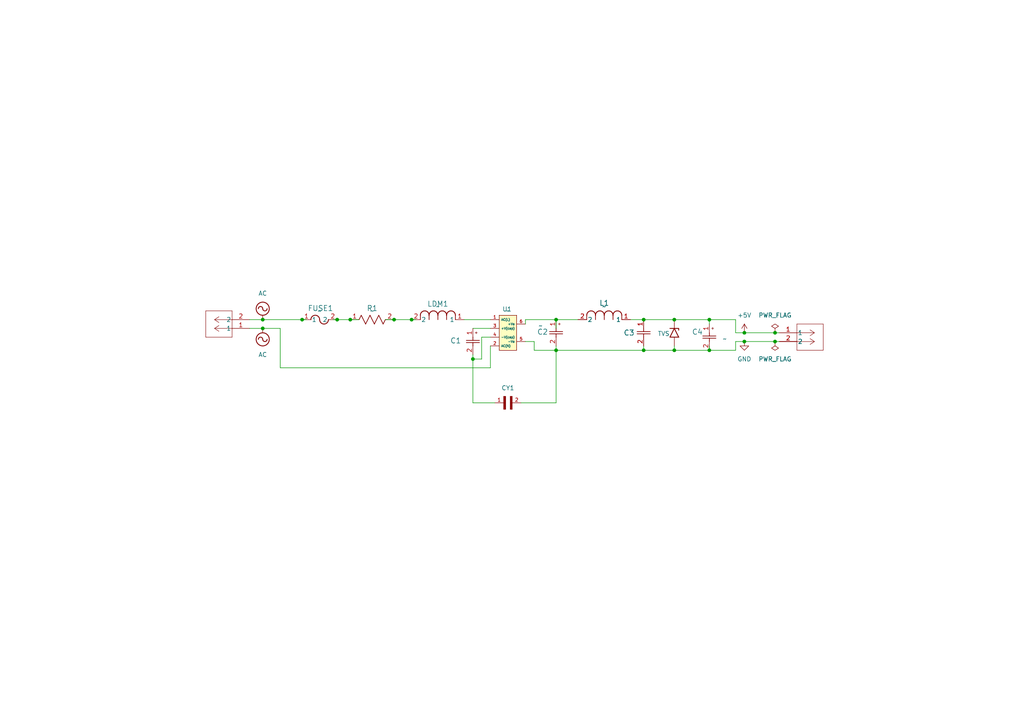
<source format=kicad_sch>
(kicad_sch (version 20250114) (generator "eeschema") (generator_version "9.0")
  (paper "A4")
  (lib_symbols
    (symbol "1x2:1729128" (pin_names (offset 0.254))
      (property "Reference" "J" (at 8.89 6.35 0))
      (property "Value" "1729128" (at 0 0 0))
      (symbol "1729128_1_1"
        (polyline (pts (xy 5.08 2.54) (xy 5.08 -5.08)) (stroke (width 0.127)))
        (polyline (pts (xy 5.08 -5.08) (xy 12.7 -5.08)) (stroke (width 0.127)))
        (polyline (pts (xy 10.16 0) (xy 5.08 0)) (stroke (width 0.127)))
        (polyline (pts (xy 10.16 0) (xy 8.89 0.8467)) (stroke (width 0.127)))
        (polyline (pts (xy 10.16 0) (xy 8.89 -0.8467)) (stroke (width 0.127)))
        (polyline (pts (xy 10.16 -2.54) (xy 5.08 -2.54)) (stroke (width 0.127)))
        (polyline (pts (xy 10.16 -2.54) (xy 8.89 -1.6933)) (stroke (width 0.127)))
        (polyline (pts (xy 10.16 -2.54) (xy 8.89 -3.3867)) (stroke (width 0.127)))
        (polyline (pts (xy 12.7 2.54) (xy 5.08 2.54)) (stroke (width 0.127)))
        (polyline (pts (xy 12.7 -5.08) (xy 12.7 2.54)) (stroke (width 0.127)))
        (pin unspecified line (at 0 0 0) (length 5.08) (name "1") (number "1"))
        (pin unspecified line (at 0 -2.54 0) (length 5.08) (name "2") (number "2"))
      )
      (symbol "1729128_1_2"
        (polyline (pts (xy 5.08 2.54) (xy 5.08 -5.08)) (stroke (width 0.127)))
        (polyline (pts (xy 5.08 -5.08) (xy 12.7 -5.08)) (stroke (width 0.127)))
        (polyline (pts (xy 7.62 0) (xy 5.08 0)) (stroke (width 0.127)))
        (polyline (pts (xy 7.62 0) (xy 8.89 0.8467)) (stroke (width 0.127)))
        (polyline (pts (xy 7.62 0) (xy 8.89 -0.8467)) (stroke (width 0.127)))
        (polyline (pts (xy 7.62 -2.54) (xy 5.08 -2.54)) (stroke (width 0.127)))
        (polyline (pts (xy 7.62 -2.54) (xy 8.89 -1.6933)) (stroke (width 0.127)))
        (polyline (pts (xy 7.62 -2.54) (xy 8.89 -3.3867)) (stroke (width 0.127)))
        (polyline (pts (xy 12.7 2.54) (xy 5.08 2.54)) (stroke (width 0.127)))
        (polyline (pts (xy 12.7 -5.08) (xy 12.7 2.54)) (stroke (width 0.127)))
        (pin unspecified line (at 0 0 0) (length 5.08) (name "1") (number "1"))
        (pin unspecified line (at 0 -2.54 0) (length 5.08) (name "2") (number "2"))
      )
    )
    (symbol "4.7mHInductor:AIUR-06-472K" (pin_names (offset 0.254))
      (property "Reference" "L" (at 6.985 5.08 0))
      (property "Value" "AIUR-06-472K" (at 6.985 -2.54 0))
      (symbol "AIUR-06-472K_0_1"
        (polyline (pts (xy 2.54 0) (xy 2.54 1.27)) (stroke (width 0.2032)))
        (arc (start 2.54 1.27) (mid 3.81 2.5344) (end 5.08 1.27) (stroke (width 0.254)))
        (polyline (pts (xy 5.08 0) (xy 5.08 1.27)) (stroke (width 0.2032)))
        (arc (start 5.08 1.27) (mid 6.35 2.5344) (end 7.62 1.27) (stroke (width 0.254)))
        (polyline (pts (xy 7.62 0) (xy 7.62 1.27)) (stroke (width 0.2032)))
        (arc (start 7.62 1.27) (mid 8.89 2.5344) (end 10.16 1.27) (stroke (width 0.254)))
        (polyline (pts (xy 10.16 0) (xy 10.16 1.27)) (stroke (width 0.2032)))
        (arc (start 10.16 1.27) (mid 11.43 2.5344) (end 12.7 1.27) (stroke (width 0.254)))
        (polyline (pts (xy 12.7 0) (xy 12.7 1.27)) (stroke (width 0.2032)))
        (pin unspecified line (at 0 0 0) (length 2.54) (name "2") (number "2"))
        (pin unspecified line (at 15.24 0 180) (length 2.54) (name "1") (number "1"))
      )
    )
    (symbol "Capacitor-.1uf-50v:UFW1H0R1MDD1TA" (pin_names (offset 0.254))
      (property "Reference" "C" (at 3.81 3.81 0))
      (property "Value" "UFW1H0R1MDD1TA" (at 3.81 -3.81 0))
      (symbol "UFW1H0R1MDD1TA_1_1"
        (polyline (pts (xy 0.9525 0.9525) (xy 1.5875 0.9525)) (stroke (width 0.127)))
        (polyline (pts (xy 1.27 1.27) (xy 1.27 0.635)) (stroke (width 0.127)))
        (polyline (pts (xy 2.54 0) (xy 3.4798 0)) (stroke (width 0.2032)))
        (polyline (pts (xy 3.4798 -1.905) (xy 3.4798 1.905)) (stroke (width 0.2032)))
        (polyline (pts (xy 4.1148 0) (xy 5.08 0)) (stroke (width 0.2032)))
        (polyline (pts (xy 4.1148 -1.905) (xy 4.1148 1.905)) (stroke (width 0.2032)))
        (pin unspecified line (at 0 0 0) (length 2.54) (name "") (number "1"))
        (pin unspecified line (at 7.62 0 180) (length 2.54) (name "") (number "2"))
      )
      (symbol "UFW1H0R1MDD1TA_1_2"
        (polyline (pts (xy -1.905 -3.4798) (xy 1.905 -3.4798)) (stroke (width 0.2032)))
        (polyline (pts (xy -1.905 -4.1148) (xy 1.905 -4.1148)) (stroke (width 0.2032)))
        (polyline (pts (xy 0 -2.54) (xy 0 -3.4798)) (stroke (width 0.2032)))
        (polyline (pts (xy 0 -4.1148) (xy 0 -5.08)) (stroke (width 0.2032)))
        (polyline (pts (xy 0.3175 -1.5875) (xy 0.9525 -1.5875)) (stroke (width 0.127)))
        (polyline (pts (xy 0.635 -1.27) (xy 0.635 -1.905)) (stroke (width 0.127)))
        (pin unspecified line (at 0 0 270) (length 2.54) (name "") (number "1"))
        (pin unspecified line (at 0 -7.62 90) (length 2.54) (name "") (number "2"))
      )
    )
    (symbol "Capacitor-100uF-35V:35ZLJ100M6.3X11" (pin_names (offset 0.254))
      (property "Reference" "C" (at 3.81 3.81 0))
      (property "Value" "35ZLJ100M6.3X11" (at 3.81 -3.81 0))
      (symbol "35ZLJ100M6.3X11_1_1"
        (polyline (pts (xy 2.54 0) (xy 3.4798 0)) (stroke (width 0.2032)))
        (polyline (pts (xy 3.4798 -1.905) (xy 3.4798 1.905)) (stroke (width 0.2032)))
        (polyline (pts (xy 4.1148 0) (xy 5.08 0)) (stroke (width 0.2032)))
        (polyline (pts (xy 4.1148 -1.905) (xy 4.1148 1.905)) (stroke (width 0.2032)))
        (pin unspecified line (at 0 0 0) (length 2.54) (name "") (number "1"))
        (pin unspecified line (at 7.62 0 180) (length 2.54) (name "") (number "2"))
      )
      (symbol "35ZLJ100M6.3X11_1_2"
        (polyline (pts (xy -1.905 -3.4798) (xy 1.905 -3.4798)) (stroke (width 0.2032)))
        (polyline (pts (xy -1.905 -4.1148) (xy 1.905 -4.1148)) (stroke (width 0.2032)))
        (polyline (pts (xy 0 -2.54) (xy 0 -3.4798)) (stroke (width 0.2032)))
        (polyline (pts (xy 0 -4.1148) (xy 0 -5.08)) (stroke (width 0.2032)))
        (pin unspecified line (at 0 0 270) (length 2.54) (name "") (number "1"))
        (pin unspecified line (at 0 -7.62 90) (length 2.54) (name "") (number "2"))
      )
    )
    (symbol "Capacitor-1nf-400V:DE2E3SA102MN3AY02F" (pin_names (offset 1.016))
      (property "Reference" "C" (at 0 3.8109 0))
      (property "Value" "DE2E3SA102MN3AY02F" (at 0 -5.0885 0))
      (symbol "DE2E3SA102MN3AY02F_0_0"
        (rectangle (start 0 -1.9069) (end 0.635 1.905) (stroke (width 0.1)) (fill (type outline)))
        (rectangle (start 1.9069 -1.9069) (end 2.54 1.905) (stroke (width 0.1)) (fill (type outline)))
        (pin passive line (at -2.54 0 0) (length 2.54) (name "~") (number "1"))
        (pin passive line (at 5.08 0 180) (length 2.54) (name "~") (number "2"))
      )
    )
    (symbol "Capacitor-470uF-16V:UFW1C471MPD" (pin_names (offset 0.254))
      (property "Reference" "C" (at 3.81 3.81 0))
      (property "Value" "UFW1C471MPD" (at 3.81 -3.81 0))
      (symbol "UFW1C471MPD_1_1"
        (polyline (pts (xy 0.9525 0.9525) (xy 1.5875 0.9525)) (stroke (width 0.127)))
        (polyline (pts (xy 1.27 1.27) (xy 1.27 0.635)) (stroke (width 0.127)))
        (polyline (pts (xy 2.54 0) (xy 3.4798 0)) (stroke (width 0.2032)))
        (polyline (pts (xy 3.4798 -1.905) (xy 3.4798 1.905)) (stroke (width 0.2032)))
        (polyline (pts (xy 4.1148 0) (xy 5.08 0)) (stroke (width 0.2032)))
        (polyline (pts (xy 4.1148 -1.905) (xy 4.1148 1.905)) (stroke (width 0.2032)))
        (pin unspecified line (at 0 0 0) (length 2.54) (name "") (number "1"))
        (pin unspecified line (at 7.62 0 180) (length 2.54) (name "") (number "2"))
      )
      (symbol "UFW1C471MPD_1_2"
        (polyline (pts (xy -1.905 -3.4798) (xy 1.905 -3.4798)) (stroke (width 0.2032)))
        (polyline (pts (xy -1.905 -4.1148) (xy 1.905 -4.1148)) (stroke (width 0.2032)))
        (polyline (pts (xy 0 -2.54) (xy 0 -3.4798)) (stroke (width 0.2032)))
        (polyline (pts (xy 0 -4.1148) (xy 0 -5.08)) (stroke (width 0.2032)))
        (polyline (pts (xy 0.3175 -1.5875) (xy 0.9525 -1.5875)) (stroke (width 0.127)))
        (polyline (pts (xy 0.635 -1.27) (xy 0.635 -1.905)) (stroke (width 0.127)))
        (pin unspecified line (at 0 0 270) (length 2.54) (name "") (number "1"))
        (pin unspecified line (at 0 -7.62 90) (length 2.54) (name "") (number "2"))
      )
    )
    (symbol "Diode:SM6T6V8A" (pin_numbers (hide yes)) (pin_names (offset 1.016) (hide yes))
      (property "Reference" "D" (at 0 2.54 0))
      (property "Value" "SM6T6V8A" (at 0 -2.54 0))
      (symbol "SM6T6V8A_0_1"
        (polyline (pts (xy -0.762 1.27) (xy -1.27 1.27) (xy -1.27 -1.27)) (stroke (width 0.254)))
        (polyline (pts (xy 1.27 1.27) (xy 1.27 -1.27) (xy -1.27 0) (xy 1.27 1.27)) (stroke (width 0.254)))
      )
      (symbol "SM6T6V8A_1_1"
        (pin passive line (at -3.81 0 0) (length 2.54) (name "A1") (number "1"))
        (pin passive line (at 3.81 0 180) (length 2.54) (name "A2") (number "2"))
      )
    )
    (symbol "Fuse-300V-1A:36911000000" (pin_names (offset 0.254))
      (property "Reference" "F" (at 5.08 3.175 0))
      (property "Value" "36911000000" (at 5.08 -3.175 0))
      (symbol "36911000000_1_1"
        (arc (start 2.54 0) (mid 3.81 1.2645) (end 5.08 0) (stroke (width 0.254)))
        (arc (start 7.62 0) (mid 6.35 -1.2645) (end 5.08 0) (stroke (width 0.254)))
        (pin unspecified line (at 0 0 0) (length 2.54) (name "1") (number "1"))
        (pin unspecified line (at 10.16 0 180) (length 2.54) (name "2") (number "2"))
      )
      (symbol "36911000000_1_2"
        (arc (start 0 7.62) (mid 1.2645 6.35) (end 0 5.08) (stroke (width 0.254)))
        (arc (start 0 2.54) (mid -1.2645 3.81) (end 0 5.08) (stroke (width 0.254)))
        (pin unspecified line (at 0 10.16 270) (length 2.54) (name "2") (number "2"))
        (pin unspecified line (at 0 0 90) (length 2.54) (name "1") (number "1"))
      )
    )
    (symbol "Inductor-4.7uH/60ohm:RLB9012-4R7ML" (pin_names (offset 0.254))
      (property "Reference" "L" (at 6.985 5.08 0))
      (property "Value" "RLB9012-4R7ML" (at 6.985 -2.54 0))
      (symbol "RLB9012-4R7ML_1_1"
        (polyline (pts (xy 2.54 0) (xy 2.54 1.27)) (stroke (width 0.2032)))
        (arc (start 2.54 1.27) (mid 3.81 2.5344) (end 5.08 1.27) (stroke (width 0.254)))
        (polyline (pts (xy 5.08 0) (xy 5.08 1.27)) (stroke (width 0.2032)))
        (arc (start 5.08 1.27) (mid 6.35 2.5344) (end 7.62 1.27) (stroke (width 0.254)))
        (polyline (pts (xy 7.62 0) (xy 7.62 1.27)) (stroke (width 0.2032)))
        (arc (start 7.62 1.27) (mid 8.89 2.5344) (end 10.16 1.27) (stroke (width 0.254)))
        (polyline (pts (xy 10.16 0) (xy 10.16 1.27)) (stroke (width 0.2032)))
        (arc (start 10.16 1.27) (mid 11.43 2.5344) (end 12.7 1.27) (stroke (width 0.254)))
        (polyline (pts (xy 12.7 0) (xy 12.7 1.27)) (stroke (width 0.2032)))
        (pin unspecified line (at 0 0 0) (length 2.54) (name "2") (number "2"))
        (pin unspecified line (at 15.24 0 180) (length 2.54) (name "1") (number "1"))
      )
      (symbol "RLB9012-4R7ML_1_2"
        (arc (start -1.27 10.16) (mid -2.5344 11.43) (end -1.27 12.7) (stroke (width 0.254)))
        (arc (start -1.27 7.62) (mid -2.5344 8.89) (end -1.27 10.16) (stroke (width 0.254)))
        (arc (start -1.27 5.08) (mid -2.5344 6.35) (end -1.27 7.62) (stroke (width 0.254)))
        (arc (start -1.27 2.54) (mid -2.5344 3.81) (end -1.27 5.08) (stroke (width 0.254)))
        (polyline (pts (xy 0 12.7) (xy -1.27 12.7)) (stroke (width 0.2032)))
        (polyline (pts (xy 0 10.16) (xy -1.27 10.16)) (stroke (width 0.2032)))
        (polyline (pts (xy 0 7.62) (xy -1.27 7.62)) (stroke (width 0.2032)))
        (polyline (pts (xy 0 5.08) (xy -1.27 5.08)) (stroke (width 0.2032)))
        (polyline (pts (xy 0 2.54) (xy -1.27 2.54)) (stroke (width 0.2032)))
        (pin unspecified line (at 0 15.24 270) (length 2.54) (name "1") (number "1"))
        (pin unspecified line (at 0 0 90) (length 2.54) (name "2") (number "2"))
      )
    )
    (symbol "Power_Library:Power_Custom_Component"
      (property "Reference" "U1" (at -0.254 5.588 0))
      (property "Value" "~" (at 0 5.08 0))
      (symbol "Power_Custom_Component_1_1"
        (rectangle (start -2.54 3.81) (end 2.54 -6.35) (fill (type background)))
        (pin bidirectional line (at -5.08 2.54 0) (length 2.54) (name "AC(L)") (number "1"))
        (pin bidirectional line (at -5.08 0 0) (length 2.54) (name "+V(cap)") (number "3"))
        (pin bidirectional line (at -5.08 -2.54 0) (length 2.54) (name "-V(cap)") (number "4"))
        (pin bidirectional line (at -5.08 -5.08 0) (length 2.54) (name "AC(N)") (number "2"))
        (pin bidirectional line (at 5.08 1.27 180) (length 2.54) (name "+Vo") (number "6"))
        (pin bidirectional line (at 5.08 -3.81 180) (length 2.54) (name "-Vo") (number "5"))
      )
    )
    (symbol "Resistor-300-3A:ROX3SJ12R" (pin_names (offset 0.254))
      (property "Reference" "R" (at 5.715 3.81 0))
      (property "Value" "ROX3SJ12R" (at 6.35 -3.81 0))
      (symbol "ROX3SJ12R_1_1"
        (polyline (pts (xy 2.54 0) (xy 3.175 1.27)) (stroke (width 0.2032)))
        (polyline (pts (xy 3.175 1.27) (xy 4.445 -1.27)) (stroke (width 0.2032)))
        (polyline (pts (xy 4.445 -1.27) (xy 5.715 1.27)) (stroke (width 0.2032)))
        (polyline (pts (xy 5.715 1.27) (xy 6.985 -1.27)) (stroke (width 0.2032)))
        (polyline (pts (xy 6.985 -1.27) (xy 8.255 1.27)) (stroke (width 0.2032)))
        (polyline (pts (xy 8.255 1.27) (xy 9.525 -1.27)) (stroke (width 0.2032)))
        (polyline (pts (xy 9.525 -1.27) (xy 10.16 0)) (stroke (width 0.2032)))
        (pin unspecified line (at 0 0 0) (length 2.54) (name "") (number "1"))
        (pin unspecified line (at 12.7 0 180) (length 2.54) (name "") (number "2"))
      )
      (symbol "ROX3SJ12R_1_2"
        (polyline (pts (xy -1.27 8.255) (xy 1.27 9.525)) (stroke (width 0.2032)))
        (polyline (pts (xy -1.27 5.715) (xy 1.27 6.985)) (stroke (width 0.2032)))
        (polyline (pts (xy -1.27 3.175) (xy 1.27 4.445)) (stroke (width 0.2032)))
        (polyline (pts (xy 0 2.54) (xy -1.27 3.175)) (stroke (width 0.2032)))
        (polyline (pts (xy 1.27 9.525) (xy 0 10.16)) (stroke (width 0.2032)))
        (polyline (pts (xy 1.27 6.985) (xy -1.27 8.255)) (stroke (width 0.2032)))
        (polyline (pts (xy 1.27 4.445) (xy -1.27 5.715)) (stroke (width 0.2032)))
        (pin unspecified line (at 0 12.7 270) (length 2.54) (name "") (number "1"))
        (pin unspecified line (at 0 0 90) (length 2.54) (name "") (number "2"))
      )
    )
    (symbol "power:+5V" (power) (pin_numbers (hide yes)) (pin_names (offset 0) (hide yes))
      (property "Value" "+5V" (at 0 3.556 0))
      (symbol "+5V_0_1"
        (polyline (pts (xy -0.762 1.27) (xy 0 2.54)))
        (polyline (pts (xy 0 2.54) (xy 0.762 1.27)))
        (polyline (pts (xy 0 0) (xy 0 2.54)))
      )
      (symbol "+5V_1_1"
        (pin power_in line (at 0 0 90) (length 0) (name "~") (number "1"))
      )
    )
    (symbol "power:AC" (power) (pin_numbers (hide yes)) (pin_names (offset 0) (hide yes))
      (property "Value" "AC" (at 0 6.35 0))
      (symbol "AC_0_1"
        (arc (start -1.27 3.175) (mid -0.635 3.8073) (end 0 3.175) (stroke (width 0.254)))
        (circle (center 0 3.175) (radius 1.905) (stroke (width 0.254)))
        (polyline (pts (xy 0 0) (xy 0 1.27)))
        (arc (start 1.27 3.175) (mid 0.635 2.5427) (end 0 3.175) (stroke (width 0.254)))
      )
      (symbol "AC_1_1"
        (pin power_in line (at 0 0 90) (length 0) (name "~") (number "1"))
      )
    )
    (symbol "power:GND" (power) (pin_numbers (hide yes)) (pin_names (offset 0) (hide yes))
      (property "Value" "GND" (at 0 -3.81 0))
      (symbol "GND_0_1"
        (polyline (pts (xy 0 0) (xy 0 -1.27) (xy 1.27 -1.27) (xy 0 -2.54) (xy -1.27 -1.27) (xy 0 -1.27)))
      )
      (symbol "GND_1_1"
        (pin power_in line (at 0 0 270) (length 0) (name "~") (number "1"))
      )
    )
    (symbol "power:PWR_FLAG" (power) (pin_numbers (hide yes)) (pin_names (offset 0) (hide yes))
      (property "Value" "PWR_FLAG" (at 0 3.81 0))
      (symbol "PWR_FLAG_0_0"
        (pin power_out line (at 0 0 90) (length 0) (name "~") (number "1"))
      )
      (symbol "PWR_FLAG_0_1"
        (polyline (pts (xy 0 0) (xy 0 1.27) (xy -1.016 1.905) (xy 0 2.54) (xy 1.016 1.905) (xy 0 1.27)))
      )
    )
  )
  (junction (at 114.3 92.71))
  (junction (at 224.79 99.06))
  (junction (at 215.9 99.06))
  (junction (at 186.69 92.71))
  (junction (at 97.79 92.71))
  (junction (at 76.2 92.71))
  (junction (at 119.38 92.71))
  (junction (at 137.16 104.14))
  (junction (at 161.29 101.6))
  (junction (at 186.69 101.6))
  (junction (at 87.63 92.71))
  (junction (at 215.9 96.52))
  (junction (at 101.6 92.71))
  (junction (at 76.2 95.25))
  (junction (at 224.79 96.52))
  (junction (at 195.58 92.71))
  (junction (at 205.74 92.71))
  (junction (at 161.29 92.71))
  (junction (at 195.58 101.6))
  (junction (at 205.74 101.6))
  (wire (pts (xy 134.62 92.71) (xy 142.24 92.71)))
  (wire (pts (xy 213.36 101.6) (xy 213.36 99.06)))
  (wire (pts (xy 139.7 97.79) (xy 139.7 104.14)))
  (wire (pts (xy 72.39 92.71) (xy 76.2 92.71)))
  (wire (pts (xy 114.3 92.71) (xy 119.38 92.71)))
  (wire (pts (xy 87.63 92.71) (xy 88.9 92.71)))
  (wire (pts (xy 101.6 92.71) (xy 97.79 92.71)))
  (wire (pts (xy 161.29 101.6) (xy 154.94 101.6)))
  (wire (pts (xy 205.74 100.33) (xy 205.74 101.6)))
  (wire (pts (xy 161.29 92.71) (xy 161.29 95.25)))
  (wire (pts (xy 72.39 95.25) (xy 76.2 95.25)))
  (wire (pts (xy 182.88 92.71) (xy 186.69 92.71)))
  (wire (pts (xy 119.38 92.71) (xy 120.65 92.71)))
  (wire (pts (xy 137.16 95.25) (xy 142.24 95.25)))
  (wire (pts (xy 161.29 92.71) (xy 167.64 92.71)))
  (wire (pts (xy 137.16 116.84) (xy 143.51 116.84)))
  (wire (pts (xy 224.79 96.52) (xy 226.06 96.52)))
  (wire (pts (xy 161.29 101.6) (xy 161.29 116.84)))
  (wire (pts (xy 137.16 116.84) (xy 137.16 104.14)))
  (wire (pts (xy 186.69 100.33) (xy 186.69 101.6)))
  (wire (pts (xy 224.79 99.06) (xy 226.06 99.06)))
  (wire (pts (xy 142.24 100.33) (xy 142.24 106.68)))
  (wire (pts (xy 213.36 99.06) (xy 215.9 99.06)))
  (wire (pts (xy 76.2 92.71) (xy 87.63 92.71)))
  (wire (pts (xy 215.9 96.52) (xy 224.79 96.52)))
  (wire (pts (xy 215.9 99.06) (xy 224.79 99.06)))
  (wire (pts (xy 213.36 92.71) (xy 213.36 96.52)))
  (wire (pts (xy 152.4 99.06) (xy 154.94 99.06)))
  (wire (pts (xy 186.69 92.71) (xy 195.58 92.71)))
  (wire (pts (xy 114.3 92.71) (xy 111.76 92.71)))
  (wire (pts (xy 81.28 95.25) (xy 81.28 106.68)))
  (wire (pts (xy 151.13 116.84) (xy 161.29 116.84)))
  (wire (pts (xy 152.4 92.71) (xy 161.29 92.71)))
  (wire (pts (xy 161.29 100.33) (xy 161.29 101.6)))
  (wire (pts (xy 137.16 102.87) (xy 137.16 104.14)))
  (wire (pts (xy 76.2 95.25) (xy 81.28 95.25)))
  (wire (pts (xy 205.74 92.71) (xy 205.74 93.98)))
  (wire (pts (xy 205.74 101.6) (xy 213.36 101.6)))
  (wire (pts (xy 161.29 101.6) (xy 186.69 101.6)))
  (wire (pts (xy 81.28 106.68) (xy 142.24 106.68)))
  (wire (pts (xy 195.58 101.6) (xy 205.74 101.6)))
  (wire (pts (xy 97.79 92.71) (xy 96.52 92.71)))
  (wire (pts (xy 154.94 99.06) (xy 154.94 101.6)))
  (wire (pts (xy 152.4 92.71) (xy 152.4 93.98)))
  (wire (pts (xy 186.69 101.6) (xy 195.58 101.6)))
  (wire (pts (xy 104.14 92.71) (xy 101.6 92.71)))
  (wire (pts (xy 139.7 104.14) (xy 137.16 104.14)))
  (wire (pts (xy 195.58 100.33) (xy 195.58 101.6)))
  (wire (pts (xy 213.36 96.52) (xy 215.9 96.52)))
  (wire (pts (xy 205.74 92.71) (xy 213.36 92.71)))
  (wire (pts (xy 195.58 92.71) (xy 205.74 92.71)))
  (wire (pts (xy 142.24 97.79) (xy 139.7 97.79)))
  (symbol (lib_id "power:PWR_FLAG") (at 224.79 99.06 180) (unit 1)
    (property "Reference" "#FLG02" (effects (hide yes)))
    (property "Value" "PWR_FLAG" (at 224.79 104.14 0))
    (property "Description" "Special symbol for telling ERC where power comes from" (effects (hide yes)))
  )
  (symbol (lib_id "4.7mHInductor:AIUR-06-472K") (at 119.38 92.71 0) (unit 1)
    (property "Reference" "LDM1" (at 127 88.138 0) (effects (font (size 1.524 1.524))))
    (property "Value" "~" (at 127 88.9 0) (effects (font (size 1.524 1.524))))
    (property "Footprint" "AIUR-06_ABR" (effects (hide yes)))
    (property "Datasheet" "AIUR-06-472K" (effects (hide yes)))
  )
  (symbol (lib_id "1x2:1729128") (at 72.39 95.25 180) (unit 1)
    (property "Reference" "J2" (effects (hide yes)))
    (property "Value" "1729128" (effects (hide yes)))
    (property "Footprint" "CONN_1729128_PXC" (effects (hide yes)))
    (property "Datasheet" "1729128" (effects (hide yes)))
  )
  (symbol (lib_id "Capacitor-.1uf-50v:UFW1H0R1MDD1TA") (at 205.74 93.98 270) (unit 1)
    (property "Reference" "C4" (at 200.66 96.266 90) (effects (font (size 1.524 1.524)) (justify left)))
    (property "Value" "~" (at 209.55 98.2853 90) (effects (font (size 1.524 1.524)) (justify left)))
    (property "Footprint" "Capacitor-,1uF-50V:CAP_UEP_5X11_NCH" (effects (hide yes)))
    (property "Datasheet" "UFW1H0R1MDD1TA" (effects (hide yes)))
  )
  (symbol (lib_id "Capacitor-470uF-16V:UFW1C471MPD") (at 137.16 95.25 270) (unit 1)
    (property "Reference" "C1" (at 130.556 98.806 90) (effects (font (size 1.524 1.524)) (justify left)))
    (property "Value" "UFW1C471MPD" (effects (hide yes)))
    (property "Footprint" "Capacitor-10uF-450V:CAP_BX_10x20_RUB" (effects (hide yes)))
    (property "Datasheet" "UFW1C471MPD" (effects (hide yes)))
  )
  (symbol (lib_id "Capacitor-470uF-16V:UFW1C471MPD") (at 161.29 92.71 270) (unit 1)
    (property "Reference" "C2" (at 159.004 96.266 90) (effects (font (size 1.524 1.524)) (justify right)))
    (property "Value" "~" (at 157.48 94.4753 90) (effects (font (size 1.524 1.524)) (justify right)))
    (property "Footprint" "Capacitor-470uF-16V:CAP_RHT_8X11P5_NCH" (effects (hide yes)))
    (property "Datasheet" "UFW1C471MPD" (effects (hide yes)))
  )
  (symbol (lib_id "power:AC") (at 76.2 92.71 0) (unit 1)
    (property "Reference" "#PWR01" (effects (hide yes)))
    (property "Value" "AC" (at 76.2 85.09 0))
    (property "Description" "Power symbol creates a global label with name \"AC\"" (effects (hide yes)))
  )
  (symbol (lib_id "1x2:1729128") (at 226.06 96.52 0) (unit 1)
    (property "Reference" "J1" (effects (hide yes)))
    (property "Value" "1729128" (effects (hide yes)))
    (property "Footprint" "CONN_1729128_PXC" (effects (hide yes)))
    (property "Datasheet" "1729128" (effects (hide yes)))
  )
  (symbol (lib_id "Power_Library:Power_Custom_Component") (at 147.32 95.25 0) (unit 1)
    (property "Reference" "U1" (at 147.066 89.662 0))
    (property "Value" "~" (at 147.32 90.17 0))
    (property "Footprint" "stuff:transformer_MPL-05SC-F" (effects (hide yes)))
  )
  (symbol (lib_id "Capacitor-100uF-35V:35ZLJ100M6.3X11") (at 186.69 92.71 270) (unit 1)
    (property "Reference" "C3" (at 180.848 96.52 90) (effects (font (size 1.524 1.524)) (justify left)))
    (property "Value" "35ZLJ100M6.3X11" (effects (hide yes)))
    (property "Footprint" "Capacitor-100uF-35V:CAP_6.3X11_RUB" (effects (hide yes)))
    (property "Datasheet" "35ZLJ100M6.3X11" (effects (hide yes)))
  )
  (symbol (lib_id "Inductor-4.7uH/60ohm:RLB9012-4R7ML") (at 167.64 92.71 0) (unit 1)
    (property "Reference" "L1" (at 175.26 87.884 0) (effects (font (size 1.524 1.524))))
    (property "Value" "~" (at 175.26 88.9 0) (effects (font (size 1.524 1.524))))
    (property "Footprint" "stuff:IND_RLB9012-4R7ML" (effects (hide yes)))
    (property "Datasheet" "RLB9012-4R7ML" (effects (hide yes)))
  )
  (symbol (lib_id "power:GND") (at 215.9 99.06 0) (unit 1)
    (property "Reference" "#PWR02" (effects (hide yes)))
    (property "Value" "GND" (at 215.9 104.14 0))
    (property "Description" "Power symbol creates a global label with name \"GND\" , ground" (effects (hide yes)))
  )
  (symbol (lib_id "Capacitor-1nf-400V:DE2E3SA102MN3AY02F") (at 146.05 116.84 0) (unit 1)
    (property "Reference" "CY1" (at 147.32 112.522 0))
    (property "Value" "DE2E3SA102MN3AY02F" (effects (hide yes)))
    (property "Footprint" "Capacitor-1nF-400V:CAP_DE2E3SA102MN3AY02F" (effects (hide yes)))
    (property "MANUFACTURER" "Murata" (effects (hide yes)))
    (property "MAXIMUM_PACKAGE_HEIGHT" "12.0mm" (effects (hide yes)))
    (property "STANDARD" "IPC-7351B" (effects (hide yes)))
  )
  (symbol (lib_id "power:+5V") (at 215.9 96.52 0) (unit 1)
    (property "Reference" "#PWR03" (effects (hide yes)))
    (property "Value" "+5V" (at 215.9 91.44 0))
    (property "Description" "Power symbol creates a global label with name \"+5V\"" (effects (hide yes)))
  )
  (symbol (lib_id "Resistor-300-3A:ROX3SJ12R") (at 101.6 92.71 0) (unit 1)
    (property "Reference" "R1" (at 107.95 89.408 0) (effects (font (size 1.524 1.524))))
    (property "Value" "~" (at 107.95 90.17 0) (effects (font (size 1.524 1.524))))
    (property "Footprint" "Resistor-300-3A:res2_1-1625892-1_TEC" (effects (hide yes)))
    (property "Datasheet" "ROX3SJ12R" (effects (hide yes)))
  )
  (symbol (lib_id "power:AC") (at 76.2 95.25 180) (unit 1)
    (property "Reference" "#PWR04" (effects (hide yes)))
    (property "Value" "AC" (at 76.2 102.87 0))
    (property "Description" "Power symbol creates a global label with name \"AC\"" (effects (hide yes)))
  )
  (symbol (lib_id "Diode:SM6T6V8A") (at 195.58 96.52 270) (unit 1)
    (property "Reference" "D1" (effects (hide yes)))
    (property "Value" "TVS" (at 190.754 96.774 90) (effects (justify left)))
    (property "Footprint" "stuff:TVS_DIODE_NEW" (effects (hide yes)))
    (property "Datasheet" "https://www.st.com/resource/en/datasheet/sm6t.pdf" (effects (hide yes)))
    (property "Description" "600W unidirectional Transil Transient Voltage Suppressor, 6.8Vrwm, DO-214AA" (effects (hide yes)))
  )
  (symbol (lib_id "Fuse-300V-1A:36911000000") (at 87.63 92.71 0) (unit 1)
    (property "Reference" "FUSE1" (at 92.964 89.408 0) (effects (font (size 1.524 1.524))))
    (property "Value" "~" (at 92.71 90.17 0) (effects (font (size 1.524 1.524))))
    (property "Footprint" "fuse_300V_1a:FUSE_36911_LTF" (effects (hide yes)))
    (property "Datasheet" "36911000000" (effects (hide yes)))
  )
  (symbol (lib_id "power:PWR_FLAG") (at 224.79 96.52 0) (unit 1)
    (property "Reference" "#FLG01" (effects (hide yes)))
    (property "Value" "PWR_FLAG" (at 224.79 91.44 0))
    (property "Description" "Special symbol for telling ERC where power comes from" (effects (hide yes)))
  )
)
</source>
